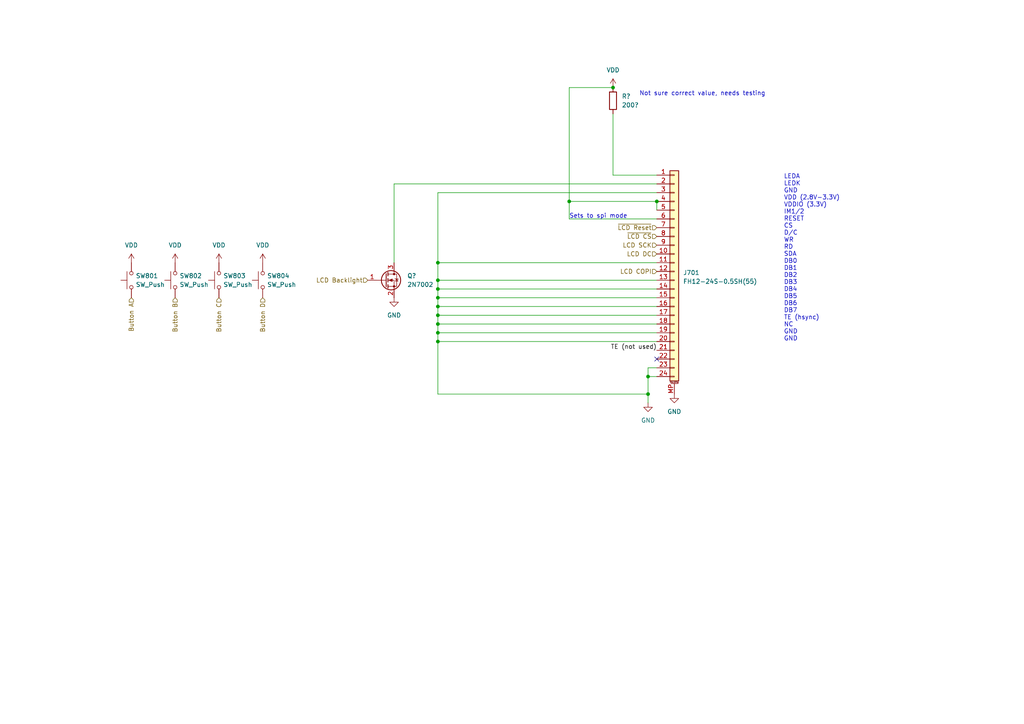
<source format=kicad_sch>
(kicad_sch (version 20211123) (generator eeschema)
  (paper "A4")
  (lib_symbols
    (symbol "Connector_Generic_MountingPin:Conn_01x24_MountingPin" (pin_names (offset 1.016) hide)
      (property "Reference" "J" (at 0 30.48 0))
      (property "Value" "Conn_01x24_MountingPin" (at 1.27 -33.02 0))
      (symbol "Conn_01x24_MountingPin_1_1"
        (rectangle (start -1.27 -30.353) (end 0 -30.607) (stroke (width 0.1524)))
        (rectangle (start -1.27 -27.813) (end 0 -28.067) (stroke (width 0.1524)))
        (rectangle (start -1.27 -25.273) (end 0 -25.527) (stroke (width 0.1524)))
        (rectangle (start -1.27 -22.733) (end 0 -22.987) (stroke (width 0.1524)))
        (rectangle (start -1.27 -20.193) (end 0 -20.447) (stroke (width 0.1524)))
        (rectangle (start -1.27 -17.653) (end 0 -17.907) (stroke (width 0.1524)))
        (rectangle (start -1.27 -15.113) (end 0 -15.367) (stroke (width 0.1524)))
        (rectangle (start -1.27 -12.573) (end 0 -12.827) (stroke (width 0.1524)))
        (rectangle (start -1.27 -10.033) (end 0 -10.287) (stroke (width 0.1524)))
        (rectangle (start -1.27 -7.493) (end 0 -7.747) (stroke (width 0.1524)))
        (rectangle (start -1.27 -4.953) (end 0 -5.207) (stroke (width 0.1524)))
        (rectangle (start -1.27 -2.413) (end 0 -2.667) (stroke (width 0.1524)))
        (rectangle (start -1.27 0.127) (end 0 -0.127) (stroke (width 0.1524)))
        (rectangle (start -1.27 2.667) (end 0 2.413) (stroke (width 0.1524)))
        (rectangle (start -1.27 5.207) (end 0 4.953) (stroke (width 0.1524)))
        (rectangle (start -1.27 7.747) (end 0 7.493) (stroke (width 0.1524)))
        (rectangle (start -1.27 10.287) (end 0 10.033) (stroke (width 0.1524)))
        (rectangle (start -1.27 12.827) (end 0 12.573) (stroke (width 0.1524)))
        (rectangle (start -1.27 15.367) (end 0 15.113) (stroke (width 0.1524)))
        (rectangle (start -1.27 17.907) (end 0 17.653) (stroke (width 0.1524)))
        (rectangle (start -1.27 20.447) (end 0 20.193) (stroke (width 0.1524)))
        (rectangle (start -1.27 22.987) (end 0 22.733) (stroke (width 0.1524)))
        (rectangle (start -1.27 25.527) (end 0 25.273) (stroke (width 0.1524)))
        (rectangle (start -1.27 28.067) (end 0 27.813) (stroke (width 0.1524)))
        (rectangle (start -1.27 29.21) (end 1.27 -31.75) (stroke (width 0.254)) (fill (type background)))
        (polyline (pts (xy -1.016 -32.512) (xy 1.016 -32.512)) (stroke (width 0.1524)))
        (text "Mounting" (at 0 -32.131 0) (effects (font (size 0.381 0.381))))
        (pin passive line (at -5.08 27.94 0) (length 3.81) (name "Pin_1") (number "1"))
        (pin passive line (at -5.08 5.08 0) (length 3.81) (name "Pin_10") (number "10"))
        (pin passive line (at -5.08 2.54 0) (length 3.81) (name "Pin_11") (number "11"))
        (pin passive line (at -5.08 0 0) (length 3.81) (name "Pin_12") (number "12"))
        (pin passive line (at -5.08 -2.54 0) (length 3.81) (name "Pin_13") (number "13"))
        (pin passive line (at -5.08 -5.08 0) (length 3.81) (name "Pin_14") (number "14"))
        (pin passive line (at -5.08 -7.62 0) (length 3.81) (name "Pin_15") (number "15"))
        (pin passive line (at -5.08 -10.16 0) (length 3.81) (name "Pin_16") (number "16"))
        (pin passive line (at -5.08 -12.7 0) (length 3.81) (name "Pin_17") (number "17"))
        (pin passive line (at -5.08 -15.24 0) (length 3.81) (name "Pin_18") (number "18"))
        (pin passive line (at -5.08 -17.78 0) (length 3.81) (name "Pin_19") (number "19"))
        (pin passive line (at -5.08 25.4 0) (length 3.81) (name "Pin_2") (number "2"))
        (pin passive line (at -5.08 -20.32 0) (length 3.81) (name "Pin_20") (number "20"))
        (pin passive line (at -5.08 -22.86 0) (length 3.81) (name "Pin_21") (number "21"))
        (pin passive line (at -5.08 -25.4 0) (length 3.81) (name "Pin_22") (number "22"))
        (pin passive line (at -5.08 -27.94 0) (length 3.81) (name "Pin_23") (number "23"))
        (pin passive line (at -5.08 -30.48 0) (length 3.81) (name "Pin_24") (number "24"))
        (pin passive line (at -5.08 22.86 0) (length 3.81) (name "Pin_3") (number "3"))
        (pin passive line (at -5.08 20.32 0) (length 3.81) (name "Pin_4") (number "4"))
        (pin passive line (at -5.08 17.78 0) (length 3.81) (name "Pin_5") (number "5"))
        (pin passive line (at -5.08 15.24 0) (length 3.81) (name "Pin_6") (number "6"))
        (pin passive line (at -5.08 12.7 0) (length 3.81) (name "Pin_7") (number "7"))
        (pin passive line (at -5.08 10.16 0) (length 3.81) (name "Pin_8") (number "8"))
        (pin passive line (at -5.08 7.62 0) (length 3.81) (name "Pin_9") (number "9"))
        (pin passive line (at 0 -35.56 90) (length 3.048) (name "MountPin") (number "MP"))
      )
    )
    (symbol "Device:R" (pin_numbers hide) (pin_names (offset 0))
      (property "Reference" "R" (at 2.032 0 90))
      (property "Value" "R" (at 0 0 90))
      (symbol "R_0_1"
        (rectangle (start -1.016 -2.54) (end 1.016 2.54) (stroke (width 0.254)))
      )
      (symbol "R_1_1"
        (pin passive line (at 0 3.81 270) (length 1.27) (name "~") (number "1"))
        (pin passive line (at 0 -3.81 90) (length 1.27) (name "~") (number "2"))
      )
    )
    (symbol "Switch:SW_Push" (pin_numbers hide) (pin_names (offset 1.016) hide)
      (property "Reference" "SW" (at 1.27 2.54 0))
      (property "Value" "SW_Push" (at 0 -1.524 0))
      (symbol "SW_Push_0_1"
        (circle (center -2.032 0) (radius 0.508))
        (polyline (pts (xy 0 1.27) (xy 0 3.048)))
        (polyline (pts (xy 2.54 1.27) (xy -2.54 1.27)))
        (circle (center 2.032 0) (radius 0.508))
        (pin passive line (at -5.08 0 0) (length 2.54) (name "1") (number "1"))
        (pin passive line (at 5.08 0 180) (length 2.54) (name "2") (number "2"))
      )
    )
    (symbol "Transistor_FET:2N7002" (pin_names hide)
      (property "Reference" "Q" (at 5.08 1.905 0))
      (property "Value" "2N7002" (at 5.08 0 0))
      (symbol "2N7002_0_1"
        (polyline (pts (xy 0.254 0) (xy -2.54 0)))
        (polyline (pts (xy 0.254 1.905) (xy 0.254 -1.905)) (stroke (width 0.254)))
        (polyline (pts (xy 0.762 -1.27) (xy 0.762 -2.286)) (stroke (width 0.254)))
        (polyline (pts (xy 0.762 0.508) (xy 0.762 -0.508)) (stroke (width 0.254)))
        (polyline (pts (xy 0.762 2.286) (xy 0.762 1.27)) (stroke (width 0.254)))
        (polyline (pts (xy 2.54 2.54) (xy 2.54 1.778)))
        (polyline (pts (xy 2.54 -2.54) (xy 2.54 0) (xy 0.762 0)))
        (polyline (pts (xy 0.762 -1.778) (xy 3.302 -1.778) (xy 3.302 1.778) (xy 0.762 1.778)))
        (polyline (pts (xy 1.016 0) (xy 2.032 0.381) (xy 2.032 -0.381) (xy 1.016 0)) (fill (type outline)))
        (polyline (pts (xy 2.794 0.508) (xy 2.921 0.381) (xy 3.683 0.381) (xy 3.81 0.254)))
        (polyline (pts (xy 3.302 0.381) (xy 2.921 -0.254) (xy 3.683 -0.254) (xy 3.302 0.381)))
        (circle (center 1.651 0) (radius 2.794) (stroke (width 0.254)))
        (circle (center 2.54 -1.778) (radius 0.254) (fill (type outline)))
        (circle (center 2.54 1.778) (radius 0.254) (fill (type outline)))
      )
      (symbol "2N7002_1_1"
        (pin input line (at -5.08 0 0) (length 2.54) (name "G") (number "1"))
        (pin passive line (at 2.54 -5.08 90) (length 2.54) (name "S") (number "2"))
        (pin passive line (at 2.54 5.08 270) (length 2.54) (name "D") (number "3"))
      )
    )
    (symbol "power:GND" (power) (pin_names (offset 0))
      (property "Value" "GND" (at 0 -3.81 0))
      (symbol "GND_0_1"
        (polyline (pts (xy 0 0) (xy 0 -1.27) (xy 1.27 -1.27) (xy 0 -2.54) (xy -1.27 -1.27) (xy 0 -1.27)))
      )
      (symbol "GND_1_1"
        (pin power_in line (at 0 0 270) (length 0) hide (name "GND") (number "1"))
      )
    )
    (symbol "power:VDD" (power) (pin_names (offset 0))
      (property "Value" "VDD" (at 0 3.81 0))
      (symbol "VDD_0_1"
        (polyline (pts (xy -0.762 1.27) (xy 0 2.54)))
        (polyline (pts (xy 0 0) (xy 0 2.54)))
        (polyline (pts (xy 0 2.54) (xy 0.762 1.27)))
      )
      (symbol "VDD_1_1"
        (pin power_in line (at 0 0 90) (length 0) hide (name "VDD") (number "1"))
      )
    )
  )
  (junction (at 127 86.36))
  (junction (at 187.96 114.3))
  (junction (at 127 91.44))
  (junction (at 165.1 58.42))
  (junction (at 127 93.98))
  (junction (at 177.8 25.4))
  (junction (at 127 99.06))
  (junction (at 127 76.2))
  (junction (at 127 83.82))
  (junction (at 190.5 58.42))
  (junction (at 127 96.52))
  (junction (at 127 88.9))
  (junction (at 127 81.28))
  (junction (at 187.96 109.22))
  (no_connect (at 190.5 104.14))
  (wire (pts (xy 127 96.52) (xy 127 99.06)))
  (wire (pts (xy 127 86.36) (xy 127 88.9)))
  (wire (pts (xy 127 91.44) (xy 127 93.98)))
  (wire (pts (xy 187.96 109.22) (xy 187.96 106.68)))
  (wire (pts (xy 114.3 53.34) (xy 114.3 76.2)))
  (wire (pts (xy 127 93.98) (xy 190.5 93.98)))
  (wire (pts (xy 190.5 58.42) (xy 190.5 60.96)))
  (wire (pts (xy 190.5 50.8) (xy 177.8 50.8)))
  (wire (pts (xy 190.5 53.34) (xy 114.3 53.34)))
  (wire (pts (xy 127 99.06) (xy 127 114.3)))
  (wire (pts (xy 190.5 63.5) (xy 165.1 63.5)))
  (wire (pts (xy 127 83.82) (xy 127 86.36)))
  (wire (pts (xy 127 91.44) (xy 190.5 91.44)))
  (wire (pts (xy 127 88.9) (xy 127 91.44)))
  (wire (pts (xy 165.1 58.42) (xy 165.1 25.4)))
  (wire (pts (xy 127 55.88) (xy 127 76.2)))
  (wire (pts (xy 127 81.28) (xy 127 83.82)))
  (wire (pts (xy 165.1 25.4) (xy 177.8 25.4)))
  (wire (pts (xy 127 83.82) (xy 190.5 83.82)))
  (wire (pts (xy 127 88.9) (xy 190.5 88.9)))
  (wire (pts (xy 127 99.06) (xy 190.5 99.06)))
  (wire (pts (xy 165.1 63.5) (xy 165.1 58.42)))
  (wire (pts (xy 190.5 58.42) (xy 165.1 58.42)))
  (wire (pts (xy 190.5 55.88) (xy 127 55.88)))
  (wire (pts (xy 187.96 109.22) (xy 190.5 109.22)))
  (wire (pts (xy 187.96 116.84) (xy 187.96 114.3)))
  (wire (pts (xy 127 86.36) (xy 190.5 86.36)))
  (wire (pts (xy 127 96.52) (xy 190.5 96.52)))
  (wire (pts (xy 127 76.2) (xy 127 81.28)))
  (wire (pts (xy 127 93.98) (xy 127 96.52)))
  (wire (pts (xy 177.8 50.8) (xy 177.8 33.02)))
  (wire (pts (xy 187.96 106.68) (xy 190.5 106.68)))
  (wire (pts (xy 127 81.28) (xy 190.5 81.28)))
  (wire (pts (xy 127 76.2) (xy 190.5 76.2)))
  (wire (pts (xy 187.96 114.3) (xy 187.96 109.22)))
  (wire (pts (xy 127 114.3) (xy 187.96 114.3)))
  (text "Not sure correct value, needs testing" (at 185.42 27.94 0) (effects (font (size 1.27 1.27)) (justify left bottom)))
  (text "LEDA\nLEDK\nGND\nVDD (2.8V-3.3V)\nVDDIO (3.3V)\nIM1/2\nRESET\nCS\nD/C\nWR\nRD\nSDA\nDB0\nDB1\nDB2\nDB3\nDB4\nDB5\nDB6\nDB7\nTE (hsync)\nNC\nGND\nGND" (at 227.33 99.06 0) (effects (font (size 1.27 1.27)) (justify left bottom)))
  (text "Sets to spi mode" (at 165.1 63.5 0) (effects (font (size 1.27 1.27)) (justify left bottom)))
  (label "TE (not used)" (at 190.5 101.6 180))
  (hierarchical_label "LCD COPI" (shape input) (at 190.5 78.74 180))
  (hierarchical_label "LCD DC" (shape input) (at 190.5 73.66 180))
  (hierarchical_label "Button D" (shape input) (at 76.2 86.36 270))
  (hierarchical_label "~{LCD CS}" (shape input) (at 190.5 68.58 180))
  (hierarchical_label "Button B" (shape input) (at 50.8 86.36 270))
  (hierarchical_label "~{LCD Reset}" (shape input) (at 190.5 66.04 180))
  (hierarchical_label "Button C" (shape input) (at 63.5 86.36 270))
  (hierarchical_label "Button A" (shape input) (at 38.1 86.36 270))
  (hierarchical_label "LCD Backlight" (shape input) (at 106.68 81.28 180))
  (hierarchical_label "LCD SCK" (shape input) (at 190.5 71.12 180))
  (symbol (lib_id "Switch:SW_Push") (at 50.8 81.28 90) (unit 1)
    (property "Reference" "SW802" (at 52.07 80.0099 90) (effects (justify right)))
    (property "Value" "SW_Push" (at 52.07 82.5499 90) (effects (justify right)))
    (property "Footprint" "Button_Switch_THT:SW_Tactile_SKHH_Angled" (effects hide))
  )
  (symbol (lib_id "Connector_Generic_MountingPin:Conn_01x24_MountingPin") (at 195.58 78.74 0) (unit 1)
    (property "Reference" "J701" (at 198.12 79.0955 0) (effects (justify left)))
    (property "Value" "FH12-24S-0.5SH(55)" (at 198.12 81.6355 0) (effects (justify left)))
    (property "Footprint" "Connector_FFC-FPC:Hirose_FH12-24S-0.5SH_1x24-1MP_P0.50mm_Horizontal" (effects hide))
  )
  (symbol (lib_id "Switch:SW_Push") (at 63.5 81.28 90) (unit 1)
    (property "Reference" "SW803" (at 64.77 80.0099 90) (effects (justify right)))
    (property "Value" "SW_Push" (at 64.77 82.5499 90) (effects (justify right)))
    (property "Footprint" "Button_Switch_THT:SW_Tactile_SKHH_Angled" (effects hide))
  )
  (symbol (lib_id "Transistor_FET:2N7002") (at 111.76 81.28 0) (unit 1)
    (property "Reference" "Q?" (at 118.11 80.0099 0) (effects (justify left)))
    (property "Value" "2N7002" (at 118.11 82.5499 0) (effects (justify left)))
    (property "Footprint" "Package_TO_SOT_SMD:SOT-23" (effects hide))
    (property "Datasheet" "https://www.onsemi.com/pub/Collateral/NDS7002A-D.PDF" (effects hide))
  )
  (symbol (lib_id "power:VDD") (at 76.2 76.2 0) (unit 1)
    (property "Reference" "#PWR0146" (effects hide))
    (property "Value" "VDD" (at 76.2 71.12 0))
  )
  (symbol (lib_id "power:GND") (at 114.3 86.36 0) (unit 1)
    (property "Reference" "#PWR?" (effects hide))
    (property "Value" "GND" (at 114.3 91.44 0))
  )
  (symbol (lib_id "Device:R") (at 177.8 29.21 0) (unit 1)
    (property "Reference" "R?" (at 180.34 27.9399 0) (effects (justify left)))
    (property "Value" "200?" (at 180.34 30.4799 0) (effects (justify left)))
  )
  (symbol (lib_id "power:VDD") (at 177.8 25.4 0) (unit 1)
    (property "Reference" "#PWR?" (effects hide))
    (property "Value" "VDD" (at 177.8 20.32 0))
  )
  (symbol (lib_id "power:GND") (at 195.58 114.3 0) (unit 1)
    (property "Reference" "#PWR?" (effects hide))
    (property "Value" "GND" (at 195.58 119.38 0))
  )
  (symbol (lib_id "power:VDD") (at 63.5 76.2 0) (unit 1)
    (property "Reference" "#PWR0147" (effects hide))
    (property "Value" "VDD" (at 63.5 71.12 0))
  )
  (symbol (lib_id "power:VDD") (at 50.8 76.2 0) (unit 1)
    (property "Reference" "#PWR0144" (effects hide))
    (property "Value" "VDD" (at 50.8 71.12 0))
  )
  (symbol (lib_id "Switch:SW_Push") (at 76.2 81.28 90) (unit 1)
    (property "Reference" "SW804" (at 77.47 80.0099 90) (effects (justify right)))
    (property "Value" "SW_Push" (at 77.47 82.5499 90) (effects (justify right)))
    (property "Footprint" "Button_Switch_THT:SW_Tactile_SKHH_Angled" (effects hide))
  )
  (symbol (lib_id "power:VDD") (at 38.1 76.2 0) (unit 1)
    (property "Reference" "#PWR0145" (effects hide))
    (property "Value" "VDD" (at 38.1 71.12 0))
  )
  (symbol (lib_id "Switch:SW_Push") (at 38.1 81.28 90) (unit 1)
    (property "Reference" "SW801" (at 39.37 80.0099 90) (effects (justify right)))
    (property "Value" "SW_Push" (at 39.37 82.5499 90) (effects (justify right)))
    (property "Footprint" "Button_Switch_THT:SW_Tactile_SKHH_Angled" (effects hide))
  )
  (symbol (lib_id "power:GND") (at 187.96 116.84 0) (unit 1)
    (property "Reference" "#PWR?" (effects hide))
    (property "Value" "GND" (at 187.96 121.92 0))
  )
)
</source>
